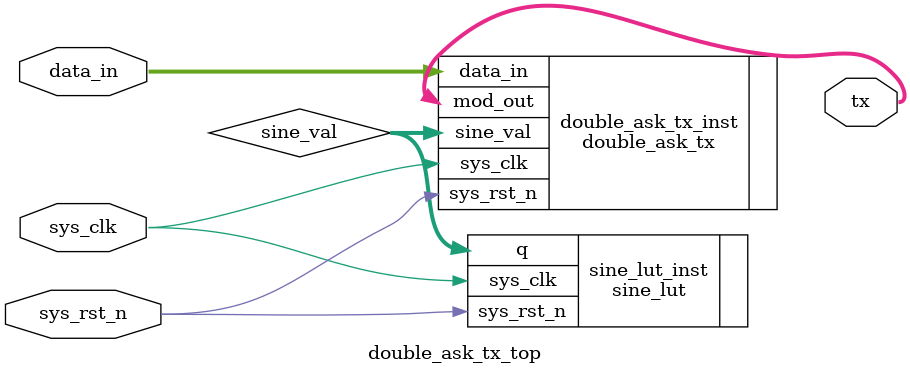
<source format=v>
module double_ask_tx_top (
    input   wire                sys_clk     ,
    input   wire                sys_rst_n   ,
    input   wire    [15:0]      data_in     ,

    output  wire    [15:0]      tx          
);

wire [15:0]          sine_val    ;

double_ask_tx double_ask_tx_inst(
    .sys_clk         (sys_clk   ),
    .sys_rst_n       (sys_rst_n ),
    .sine_val        (sine_val  ),
    .data_in         (data_in   ),

    .mod_out         (tx        )
);

sine_lut sine_lut_inst(
    .sys_clk         (sys_clk   ),
    .sys_rst_n       (sys_rst_n ),

    .q               (sine_val  )
);





endmodule
</source>
